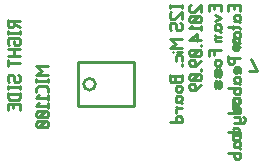
<source format=gbr>
G04 start of page 11 for group -4078 idx -4078 *
G04 Title: (unknown), bottomsilk *
G04 Creator: pcb 20110918 *
G04 CreationDate: Fri Sep 12 16:05:54 2014 UTC *
G04 For: fosse *
G04 Format: Gerber/RS-274X *
G04 PCB-Dimensions: 300000 300000 *
G04 PCB-Coordinate-Origin: lower left *
%MOIN*%
%FSLAX25Y25*%
%LNBOTTOMSILK*%
%ADD65C,0.0100*%
G54D65*X8000Y267000D02*Y269000D01*
Y267000D02*X8500Y266500D01*
X9500D01*
X10000Y267000D02*X9500Y266500D01*
X10000Y267000D02*Y268500D01*
X8000D02*X12000D01*
X10000Y267700D02*X12000Y266500D01*
X8000Y264300D02*Y265300D01*
Y264800D02*X12000D01*
Y264300D02*Y265300D01*
X8000Y261100D02*X8500Y260600D01*
X8000Y261100D02*Y262600D01*
X8500Y263100D02*X8000Y262600D01*
X8500Y263100D02*X11500D01*
X12000Y262600D01*
Y261100D02*Y262600D01*
Y261100D02*X11500Y260600D01*
X10500D02*X11500D01*
X10000Y261100D02*X10500Y260600D01*
X10000Y261100D02*Y262100D01*
X8000Y259400D02*X12000D01*
X8000Y256900D02*X12000D01*
X10000D02*Y259400D01*
X8000Y253700D02*Y255700D01*
Y254700D02*X12000D01*
X8000Y248700D02*X8500Y248200D01*
X8000Y248700D02*Y250200D01*
X8500Y250700D02*X8000Y250200D01*
X8500Y250700D02*X9500D01*
X10000Y250200D01*
Y248700D02*Y250200D01*
Y248700D02*X10500Y248200D01*
X11500D01*
X12000Y248700D02*X11500Y248200D01*
X12000Y248700D02*Y250200D01*
X11500Y250700D02*X12000Y250200D01*
X8000Y246000D02*Y247000D01*
Y246500D02*X12000D01*
Y246000D02*Y247000D01*
X8000Y244300D02*X12000D01*
X8000Y243000D02*X8700Y242300D01*
X11300D01*
X12000Y243000D02*X11300Y242300D01*
X12000Y243000D02*Y244800D01*
X8000Y243000D02*Y244800D01*
X9800Y239600D02*Y241100D01*
X12000Y239100D02*Y241100D01*
X8000D02*X12000D01*
X8000Y239100D02*Y241100D01*
X62000Y273000D02*Y274000D01*
Y273500D02*X66000D01*
Y273000D02*Y274000D01*
X62500Y271800D02*X62000Y271300D01*
Y269800D02*Y271300D01*
Y269800D02*X62500Y269300D01*
X63500D01*
X66000Y271800D02*X63500Y269300D01*
X66000D02*Y271800D01*
X62000Y266100D02*X62500Y265600D01*
X62000Y266100D02*Y267600D01*
X62500Y268100D02*X62000Y267600D01*
X62500Y268100D02*X63500D01*
X64000Y267600D01*
Y266100D02*Y267600D01*
Y266100D02*X64500Y265600D01*
X65500D01*
X66000Y266100D02*X65500Y265600D01*
X66000Y266100D02*Y267600D01*
X65500Y268100D02*X66000Y267600D01*
X62000Y262600D02*X66000D01*
X62000D02*X64000Y261100D01*
X62000Y259600D01*
X66000D01*
X63000Y258400D02*X63100D01*
X64500D02*X66000D01*
X64000Y255400D02*Y256900D01*
X64500Y257400D02*X64000Y256900D01*
X64500Y257400D02*X65500D01*
X66000Y256900D01*
Y255400D02*Y256900D01*
Y253700D02*Y254200D01*
Y248700D02*Y250700D01*
Y248700D02*X65500Y248200D01*
X64300D02*X65500D01*
X63800Y248700D02*X64300Y248200D01*
X63800Y248700D02*Y250200D01*
X62000D02*X66000D01*
X62000Y248700D02*Y250700D01*
Y248700D02*X62500Y248200D01*
X63300D01*
X63800Y248700D02*X63300Y248200D01*
X64500Y247000D02*X65500D01*
X64500D02*X64000Y246500D01*
Y245500D02*Y246500D01*
Y245500D02*X64500Y245000D01*
X65500D01*
X66000Y245500D02*X65500Y245000D01*
X66000Y245500D02*Y246500D01*
X65500Y247000D02*X66000Y246500D01*
X64000Y242300D02*X64500Y241800D01*
X64000Y242300D02*Y243300D01*
X64500Y243800D02*X64000Y243300D01*
X64500Y243800D02*X65500D01*
X66000Y243300D01*
X64000Y241800D02*X65500D01*
X66000Y241300D01*
Y242300D02*Y243300D01*
Y242300D02*X65500Y241800D01*
X64500Y239600D02*X66000D01*
X64500D02*X64000Y239100D01*
Y238100D02*Y239100D01*
Y240100D02*X64500Y239600D01*
X62000Y234900D02*X66000D01*
Y235400D02*X65500Y234900D01*
X66000Y235400D02*Y236400D01*
X65500Y236900D02*X66000Y236400D01*
X64500Y236900D02*X65500D01*
X64500D02*X64000Y236400D01*
Y235400D02*Y236400D01*
Y235400D02*X64500Y234900D01*
X76800Y272500D02*Y274000D01*
X79000Y272000D02*Y274000D01*
X75000D02*X79000D01*
X75000Y272000D02*Y274000D01*
X77000Y270800D02*X79000Y269800D01*
X77000Y268800D02*X79000Y269800D01*
X77000Y266100D02*X77500Y265600D01*
X77000Y266100D02*Y267100D01*
X77500Y267600D02*X77000Y267100D01*
X77500Y267600D02*X78500D01*
X79000Y267100D01*
X77000Y265600D02*X78500D01*
X79000Y265100D01*
Y266100D02*Y267100D01*
Y266100D02*X78500Y265600D01*
X77500Y263400D02*X79000D01*
X77500D02*X77000Y262900D01*
Y262400D02*Y262900D01*
Y262400D02*X77500Y261900D01*
X79000D01*
X77000Y263900D02*X77500Y263400D01*
X75000Y258900D02*X79000D01*
X75000Y256900D02*Y258900D01*
X76800Y257400D02*Y258900D01*
X77500Y255700D02*X78500D01*
X77500D02*X77000Y255200D01*
Y254200D02*Y255200D01*
Y254200D02*X77500Y253700D01*
X78500D01*
X79000Y254200D02*X78500Y253700D01*
X79000Y254200D02*Y255200D01*
X78500Y255700D02*X79000Y255200D01*
Y250500D02*Y252000D01*
Y250500D02*X78500Y250000D01*
X78000Y250500D02*X78500Y250000D01*
X78000Y250500D02*Y252000D01*
X77500Y252500D02*X78000Y252000D01*
X77500Y252500D02*X77000Y252000D01*
Y250500D02*Y252000D01*
Y250500D02*X77500Y250000D01*
X78500Y252500D02*X79000Y252000D01*
Y246800D02*Y248300D01*
Y246800D02*X78500Y246300D01*
X78000Y246800D02*X78500Y246300D01*
X78000Y246800D02*Y248300D01*
X77500Y248800D02*X78000Y248300D01*
X77500Y248800D02*X77000Y248300D01*
Y246800D02*Y248300D01*
Y246800D02*X77500Y246300D01*
X78500Y248800D02*X79000Y248300D01*
X69000Y274000D02*X68500Y273500D01*
Y272000D02*Y273500D01*
Y272000D02*X69000Y271500D01*
X70000D01*
X72500Y274000D02*X70000Y271500D01*
X72500D02*Y274000D01*
X72000Y270300D02*X72500Y269800D01*
X69000Y270300D02*X72000D01*
X69000D02*X68500Y269800D01*
Y268800D02*Y269800D01*
Y268800D02*X69000Y268300D01*
X72000D01*
X72500Y268800D02*X72000Y268300D01*
X72500Y268800D02*Y269800D01*
X71500Y270300D02*X69500Y268300D01*
X69300Y267100D02*X68500Y266300D01*
X72500D01*
Y265600D02*Y267100D01*
X71000Y264400D02*X68500Y262400D01*
X71000Y261900D02*Y264400D01*
X68500Y262400D02*X72500D01*
Y260200D02*Y260700D01*
X72000Y259000D02*X72500Y258500D01*
X69000Y259000D02*X72000D01*
X69000D02*X68500Y258500D01*
Y257500D02*Y258500D01*
Y257500D02*X69000Y257000D01*
X72000D01*
X72500Y257500D02*X72000Y257000D01*
X72500Y257500D02*Y258500D01*
X71500Y259000D02*X69500Y257000D01*
X72500Y255300D02*X70500Y253800D01*
X69000D02*X70500D01*
X68500Y254300D02*X69000Y253800D01*
X68500Y254300D02*Y255300D01*
X69000Y255800D02*X68500Y255300D01*
X69000Y255800D02*X70000D01*
X70500Y255300D01*
Y253800D02*Y255300D01*
X72500Y252100D02*Y252600D01*
X72000Y250900D02*X72500Y250400D01*
X69000Y250900D02*X72000D01*
X69000D02*X68500Y250400D01*
Y249400D02*Y250400D01*
Y249400D02*X69000Y248900D01*
X72000D01*
X72500Y249400D02*X72000Y248900D01*
X72500Y249400D02*Y250400D01*
X71500Y250900D02*X69500Y248900D01*
X72500Y247200D02*X70500Y245700D01*
X69000D02*X70500D01*
X68500Y246200D02*X69000Y245700D01*
X68500Y246200D02*Y247200D01*
X69000Y247700D02*X68500Y247200D01*
X69000Y247700D02*X70000D01*
X70500Y247200D01*
Y245700D02*Y247200D01*
X89000Y256000D02*X91000Y252000D01*
X88500D02*X91000D01*
X83300Y272500D02*Y274000D01*
X85500Y272000D02*Y274000D01*
X81500D02*X85500D01*
X81500Y272000D02*Y274000D01*
X83500Y269300D02*X84000Y268800D01*
X83500Y269300D02*Y270300D01*
X84000Y270800D02*X83500Y270300D01*
X84000Y270800D02*X85000D01*
X85500Y270300D01*
X83500Y268800D02*X85000D01*
X85500Y268300D01*
Y269300D02*Y270300D01*
Y269300D02*X85000Y268800D01*
X81500Y266600D02*X85000D01*
X85500Y266100D01*
X83000D02*Y267100D01*
X84000Y265100D02*X85000D01*
X84000D02*X83500Y264600D01*
Y263600D02*Y264600D01*
Y263600D02*X84000Y263100D01*
X85000D01*
X85500Y263600D02*X85000Y263100D01*
X85500Y263600D02*Y264600D01*
X85000Y265100D02*X85500Y264600D01*
X84000Y261400D02*X85500D01*
X84000D02*X83500Y260900D01*
Y260400D02*Y260900D01*
Y260400D02*X84000Y259900D01*
X85500D01*
X83500Y261900D02*X84000Y261400D01*
X81500Y256400D02*X85500D01*
X81500Y254900D02*Y256900D01*
Y254900D02*X82000Y254400D01*
X83000D01*
X83500Y254900D02*X83000Y254400D01*
X83500Y254900D02*Y256400D01*
X85500Y251200D02*Y252700D01*
X85000Y253200D02*X85500Y252700D01*
X84000Y253200D02*X85000D01*
X84000D02*X83500Y252700D01*
Y251700D02*Y252700D01*
Y251700D02*X84000Y251200D01*
X84500D02*Y253200D01*
X84000Y251200D02*X84500D01*
X83500Y248500D02*X84000Y248000D01*
X83500Y248500D02*Y249500D01*
X84000Y250000D02*X83500Y249500D01*
X84000Y250000D02*X85000D01*
X85500Y249500D01*
X83500Y248000D02*X85000D01*
X85500Y247500D01*
Y248500D02*Y249500D01*
Y248500D02*X85000Y248000D01*
X81500Y246300D02*X85500D01*
X85000D02*X85500Y245800D01*
Y244800D02*Y245800D01*
Y244800D02*X85000Y244300D01*
X84000D02*X85000D01*
X83500Y244800D02*X84000Y244300D01*
X83500Y244800D02*Y245800D01*
X84000Y246300D02*X83500Y245800D01*
X84000Y243100D02*X85000D01*
X84000D02*X83500Y242600D01*
Y241600D02*Y242600D01*
Y241600D02*X84000Y241100D01*
X85000D01*
X85500Y241600D02*X85000Y241100D01*
X85500Y241600D02*Y242600D01*
X85000Y243100D02*X85500Y242600D01*
X81500Y237900D02*X85500D01*
Y238400D02*X85000Y237900D01*
X85500Y238400D02*Y239400D01*
X85000Y239900D02*X85500Y239400D01*
X84000Y239900D02*X85000D01*
X84000D02*X83500Y239400D01*
Y238400D02*Y239400D01*
Y238400D02*X84000Y237900D01*
X83500Y236700D02*X85000D01*
X85500Y236200D01*
X83500Y234700D02*X86500D01*
X87000Y235200D02*X86500Y234700D01*
X87000Y235200D02*Y236200D01*
X86500Y236700D02*X87000Y236200D01*
X85500Y235200D02*Y236200D01*
Y235200D02*X85000Y234700D01*
X81500Y231700D02*X85500D01*
Y229700D02*Y231700D01*
X83500Y227000D02*X84000Y226500D01*
X83500Y227000D02*Y228000D01*
X84000Y228500D02*X83500Y228000D01*
X84000Y228500D02*X85000D01*
X85500Y228000D01*
X83500Y226500D02*X85000D01*
X85500Y226000D01*
Y227000D02*Y228000D01*
Y227000D02*X85000Y226500D01*
X81500Y224800D02*X85500D01*
X85000D02*X85500Y224300D01*
Y223300D02*Y224300D01*
Y223300D02*X85000Y222800D01*
X84000D02*X85000D01*
X83500Y223300D02*X84000Y222800D01*
X83500Y223300D02*Y224300D01*
X84000Y224800D02*X83500Y224300D01*
X83000Y229000D02*X85000D01*
X83000D02*Y231000D01*
X83500Y230500D01*
X84500D01*
X85000Y231000D01*
Y232500D01*
X84500Y233000D02*X85000Y232500D01*
X83500Y233000D02*X84500D01*
X83000Y232500D02*X83500Y233000D01*
X84500Y239000D02*X85000Y239500D01*
X83500Y239000D02*X84500D01*
X83000Y239500D02*X83500Y239000D01*
X83000Y239500D02*Y242500D01*
X83500Y243000D01*
X84500Y240800D02*X85000Y241300D01*
X83000Y240800D02*X84500D01*
X83500Y243000D02*X84500D01*
X85000Y242500D01*
Y241300D02*Y242500D01*
X83000Y262500D02*X83500Y263000D01*
X83000Y261700D02*Y262500D01*
Y261700D02*X83700Y261000D01*
X84300D01*
X85000Y261700D01*
Y262500D01*
X84500Y263000D02*X85000Y262500D01*
X83500Y263000D02*X84500D01*
X83000Y260300D02*X83700Y261000D01*
X83000Y259500D02*Y260300D01*
Y259500D02*X83500Y259000D01*
X84500D01*
X85000Y259500D01*
Y260300D01*
X84300Y261000D02*X85000Y260300D01*
X31511Y255084D02*X50094D01*
Y240281D01*
X31511Y255084D02*Y240281D01*
X50094D01*
X35245Y249540D02*G75*G03X33277Y247572I0J-1968D01*G01*
X37213D02*G75*G03X35245Y249540I-1968J0D01*G01*
Y245604D02*G75*G03X37213Y247572I0J1968D01*G01*
X33277D02*G75*G03X35245Y245604I1968J0D01*G01*
X17536Y253516D02*X21536D01*
X17536D02*X19536Y252016D01*
X17536Y250516D01*
X21536D01*
X17536Y248316D02*Y249316D01*
Y248816D02*X21536D01*
Y248316D02*Y249316D01*
Y245116D02*Y246416D01*
X20836Y247116D02*X21536Y246416D01*
X18236Y247116D02*X20836D01*
X18236D02*X17536Y246416D01*
Y245116D02*Y246416D01*
X18336Y243916D02*X17536Y243116D01*
X21536D01*
Y242416D02*Y243916D01*
X18336Y241216D02*X17536Y240416D01*
X21536D01*
Y239716D02*Y241216D01*
X21036Y238516D02*X21536Y238016D01*
X18036Y238516D02*X21036D01*
X18036D02*X17536Y238016D01*
Y237016D02*Y238016D01*
Y237016D02*X18036Y236516D01*
X21036D01*
X21536Y237016D02*X21036Y236516D01*
X21536Y237016D02*Y238016D01*
X20536Y238516D02*X18536Y236516D01*
X21036Y235316D02*X21536Y234816D01*
X18036Y235316D02*X21036D01*
X18036D02*X17536Y234816D01*
Y233816D02*Y234816D01*
Y233816D02*X18036Y233316D01*
X21036D01*
X21536Y233816D02*X21036Y233316D01*
X21536Y233816D02*Y234816D01*
X20536Y235316D02*X18536Y233316D01*
M02*

</source>
